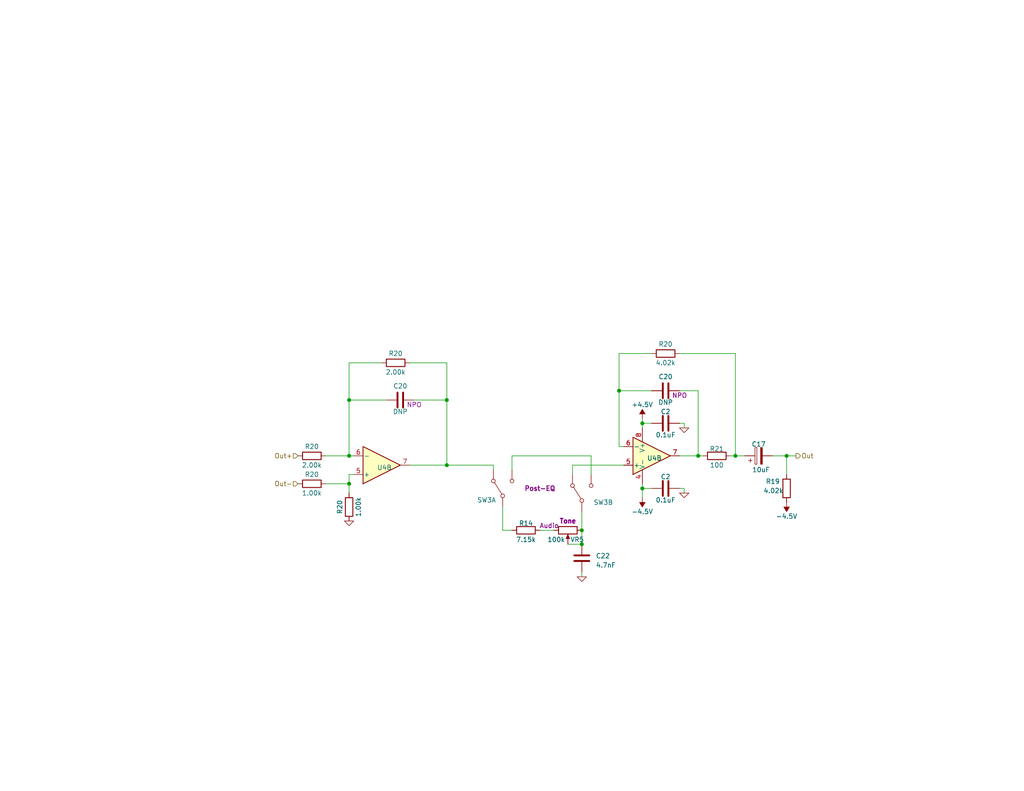
<source format=kicad_sch>
(kicad_sch (version 20230121) (generator eeschema)

  (uuid 7c3a7d85-fb21-4324-92f8-255615d1d01e)

  (paper "A")

  (title_block
    (date "2023-05-15")
    (rev "A.00")
    (company "Celestial Circuits")
  )

  (lib_symbols
    (symbol "SLM:+4.5V" (power) (pin_names (offset 0)) (in_bom yes) (on_board yes)
      (property "Reference" "#PWR010" (at 0 -2.54 0)
        (effects (font (size 1.27 1.27)) hide)
      )
      (property "Value" "+4.5V" (at 0 3.81 0)
        (effects (font (size 1.27 1.27)))
      )
      (property "Footprint" "" (at 0 0 0)
        (effects (font (size 1.27 1.27)) hide)
      )
      (property "Datasheet" "" (at 0 0 0)
        (effects (font (size 1.27 1.27)) hide)
      )
      (property "ki_keywords" "global power" (at 0 0 0)
        (effects (font (size 1.27 1.27)) hide)
      )
      (property "ki_description" "Power symbol creates a global label with name \"-4.5V\"" (at 0 0 0)
        (effects (font (size 1.27 1.27)) hide)
      )
      (symbol "+4.5V_1_0"
        (pin power_in line (at 0 0 90) (length 0) hide
          (name "+4.5V" (effects (font (size 1.27 1.27))))
          (number "1" (effects (font (size 1.27 1.27))))
        )
      )
      (symbol "+4.5V_1_1"
        (polyline
          (pts
            (xy 0 0)
            (xy 0 1.27)
            (xy 0.762 1.27)
            (xy 0 2.54)
            (xy -0.762 1.27)
            (xy 0 1.27)
          )
          (stroke (width 0) (type default))
          (fill (type outline))
        )
      )
    )
    (symbol "SLM:-4.5V" (power) (pin_names (offset 0)) (in_bom yes) (on_board yes)
      (property "Reference" "#PWR024" (at 0 2.54 0)
        (effects (font (size 1.27 1.27)) hide)
      )
      (property "Value" "-4.5V" (at 0 -3.81 0)
        (effects (font (size 1.27 1.27)))
      )
      (property "Footprint" "" (at 0 0 0)
        (effects (font (size 1.27 1.27)) hide)
      )
      (property "Datasheet" "" (at 0 0 0)
        (effects (font (size 1.27 1.27)) hide)
      )
      (property "ki_keywords" "global power" (at 0 0 0)
        (effects (font (size 1.27 1.27)) hide)
      )
      (property "ki_description" "Power symbol creates a global label with name \"-4.5V\"" (at 0 0 0)
        (effects (font (size 1.27 1.27)) hide)
      )
      (symbol "-4.5V_0_1"
        (polyline
          (pts
            (xy 0 0)
            (xy 0 1.27)
            (xy 0.762 1.27)
            (xy 0 2.54)
            (xy -0.762 1.27)
            (xy 0 1.27)
          )
          (stroke (width 0) (type default))
          (fill (type outline))
        )
      )
      (symbol "-4.5V_1_0"
        (pin power_in line (at 0 0 90) (length 0) hide
          (name "-4.5V" (effects (font (size 1.27 1.27))))
          (number "1" (effects (font (size 1.27 1.27))))
        )
      )
    )
    (symbol "SLM:Capacitor" (pin_numbers hide) (pin_names (offset 0.254)) (in_bom yes) (on_board yes)
      (property "Reference" "C3" (at 0 3.81 90)
        (effects (font (size 1.27 1.27)))
      )
      (property "Value" "33pF" (at 0.635 -3.81 90)
        (effects (font (size 1.27 1.27)))
      )
      (property "Footprint" "Capacitor_THT:C_Rect_L4.0mm_W2.5mm_P2.50mm" (at 3.81 0.9652 0)
        (effects (font (size 1.27 1.27)) hide)
      )
      (property "Datasheet" "~" (at 0 0 0)
        (effects (font (size 1.27 1.27)) hide)
      )
      (property "Dielectric" "NPO" (at 3.81 -1.27 90)
        (effects (font (size 1.27 1.27)))
      )
      (property "Manufacturer" "Vishay" (at 0 0 0)
        (effects (font (size 1.27 1.27)) hide)
      )
      (property "Part Number" "K330J10C0GH5TL2" (at 0 0 0)
        (effects (font (size 1.27 1.27)) hide)
      )
      (property "ki_keywords" "cap capacitor" (at 0 0 0)
        (effects (font (size 1.27 1.27)) hide)
      )
      (property "ki_description" "Unpolarized capacitor" (at 0 0 0)
        (effects (font (size 1.27 1.27)) hide)
      )
      (property "ki_fp_filters" "C_*" (at 0 0 0)
        (effects (font (size 1.27 1.27)) hide)
      )
      (symbol "Capacitor_0_1"
        (polyline
          (pts
            (xy -2.032 -0.762)
            (xy 2.032 -0.762)
          )
          (stroke (width 0.508) (type default))
          (fill (type none))
        )
        (polyline
          (pts
            (xy -2.032 0.762)
            (xy 2.032 0.762)
          )
          (stroke (width 0.508) (type default))
          (fill (type none))
        )
      )
      (symbol "Capacitor_1_1"
        (pin passive line (at 0 3.81 270) (length 2.794)
          (name "~" (effects (font (size 1.27 1.27))))
          (number "1" (effects (font (size 1.27 1.27))))
        )
        (pin passive line (at 0 -3.81 90) (length 2.794)
          (name "~" (effects (font (size 1.27 1.27))))
          (number "2" (effects (font (size 1.27 1.27))))
        )
      )
    )
    (symbol "SLM:Capacitor_Elec" (pin_numbers hide) (pin_names hide) (in_bom yes) (on_board yes)
      (property "Reference" "C" (at -4.191 -3.937 0)
        (effects (font (size 1.27 1.27)))
      )
      (property "Value" "10uF" (at 5.842 -3.937 0)
        (effects (font (size 1.27 1.27)))
      )
      (property "Footprint" "" (at 0 0 0)
        (effects (font (size 1.27 1.27)) hide)
      )
      (property "Datasheet" "" (at 0 0 0)
        (effects (font (size 1.27 1.27)) hide)
      )
      (property "Voltage" "16V" (at 1.397 -7.112 90)
        (effects (font (size 1.27 1.27)))
      )
      (symbol "Capacitor_Elec_0_1"
        (rectangle (start -2.286 -3.429) (end 2.286 -2.921)
          (stroke (width 0) (type default))
          (fill (type none))
        )
        (polyline
          (pts
            (xy -1.778 -1.651)
            (xy -0.762 -1.651)
          )
          (stroke (width 0) (type default))
          (fill (type none))
        )
        (polyline
          (pts
            (xy -1.27 -1.143)
            (xy -1.27 -2.159)
          )
          (stroke (width 0) (type default))
          (fill (type none))
        )
        (rectangle (start 2.286 -4.445) (end -2.286 -4.953)
          (stroke (width 0) (type default))
          (fill (type outline))
        )
      )
      (symbol "Capacitor_Elec_1_1"
        (pin passive line (at 0 -0.127 270) (length 2.794)
          (name "~" (effects (font (size 1.27 1.27))))
          (number "1" (effects (font (size 1.27 1.27))))
        )
        (pin passive line (at 0 -7.747 90) (length 2.794)
          (name "~" (effects (font (size 1.27 1.27))))
          (number "2" (effects (font (size 1.27 1.27))))
        )
      )
    )
    (symbol "SLM:NJM4580" (pin_names (offset 0.127)) (in_bom yes) (on_board yes)
      (property "Reference" "U1" (at 0 8.89 0)
        (effects (font (size 1.27 1.27)))
      )
      (property "Value" "NJM4580" (at 0 6.35 0)
        (effects (font (size 1.27 1.27)))
      )
      (property "Footprint" "Package_DIP:DIP-8_W7.62mm_Socket_LongPads" (at 0 0 0)
        (effects (font (size 1.27 1.27)) hide)
      )
      (property "Datasheet" "http://www.njr.com/semicon/PDF/NJM4580_E.pdf" (at 0 0 0)
        (effects (font (size 1.27 1.27)) hide)
      )
      (property "Manufacturer" "Nishinbo" (at 0 0 0)
        (effects (font (size 1.27 1.27)) hide)
      )
      (property "Part Number" "NJM4580DD" (at 0 0 0)
        (effects (font (size 1.27 1.27)) hide)
      )
      (property "ki_locked" "" (at 0 0 0)
        (effects (font (size 1.27 1.27)))
      )
      (property "ki_keywords" "dual opamp" (at 0 0 0)
        (effects (font (size 1.27 1.27)) hide)
      )
      (property "ki_description" "Dual Operational Amplifier, DIP-8/DMP-8/SIP-8/MSOP-8/SOP-8/SSOP-8" (at 0 0 0)
        (effects (font (size 1.27 1.27)) hide)
      )
      (property "ki_fp_filters" "SOIC*3.9x4.9mm*P1.27mm* DIP*W7.62mm* TO*99* OnSemi*Micro8* TSSOP*3x3mm*P0.65mm* TSSOP*4.4x3mm*P0.65mm* MSOP*3x3mm*P0.65mm* SSOP*3.9x4.9mm*P0.635mm* LFCSP*2x2mm*P0.5mm* *SIP* SOIC*5.3x6.2mm*P1.27mm*" (at 0 0 0)
        (effects (font (size 1.27 1.27)) hide)
      )
      (symbol "NJM4580_1_1"
        (polyline
          (pts
            (xy -5.08 5.08)
            (xy 5.08 0)
            (xy -5.08 -5.08)
            (xy -5.08 5.08)
          )
          (stroke (width 0.254) (type default))
          (fill (type background))
        )
        (pin output line (at 7.62 0 180) (length 2.54)
          (name "~" (effects (font (size 1.27 1.27))))
          (number "1" (effects (font (size 1.27 1.27))))
        )
        (pin input line (at -7.62 -2.54 0) (length 2.54)
          (name "-" (effects (font (size 1.27 1.27))))
          (number "2" (effects (font (size 1.27 1.27))))
        )
        (pin input line (at -7.62 2.54 0) (length 2.54)
          (name "+" (effects (font (size 1.27 1.27))))
          (number "3" (effects (font (size 1.27 1.27))))
        )
      )
      (symbol "NJM4580_2_1"
        (polyline
          (pts
            (xy -5.08 5.08)
            (xy 5.08 0)
            (xy -5.08 -5.08)
            (xy -5.08 5.08)
          )
          (stroke (width 0.254) (type default))
          (fill (type background))
        )
        (pin input line (at -7.62 2.54 0) (length 2.54)
          (name "+" (effects (font (size 1.27 1.27))))
          (number "5" (effects (font (size 1.27 1.27))))
        )
        (pin input line (at -7.62 -2.54 0) (length 2.54)
          (name "-" (effects (font (size 1.27 1.27))))
          (number "6" (effects (font (size 1.27 1.27))))
        )
        (pin output line (at 7.62 0 180) (length 2.54)
          (name "~" (effects (font (size 1.27 1.27))))
          (number "7" (effects (font (size 1.27 1.27))))
        )
      )
      (symbol "NJM4580_3_1"
        (pin power_in line (at -2.54 -7.62 90) (length 3.81)
          (name "V-" (effects (font (size 1.27 1.27))))
          (number "4" (effects (font (size 1.27 1.27))))
        )
        (pin power_in line (at -2.54 7.62 270) (length 3.81)
          (name "V+" (effects (font (size 1.27 1.27))))
          (number "8" (effects (font (size 1.27 1.27))))
        )
      )
    )
    (symbol "SLM:R_Potentiometer" (pin_numbers hide) (pin_names (offset 1.016) hide) (in_bom yes) (on_board yes)
      (property "Reference" "VR1" (at 5.08 -1.905 90)
        (effects (font (size 1.27 1.27)))
      )
      (property "Value" "100k" (at -4.445 -1.905 90)
        (effects (font (size 1.27 1.27)))
      )
      (property "Footprint" "SLM Footprints:Potentiometer_Bourns_PTV09A-1_Single_Vertical" (at 0 0 0)
        (effects (font (size 1.27 1.27)) hide)
      )
      (property "Datasheet" "~" (at 0 0 0)
        (effects (font (size 1.27 1.27)) hide)
      )
      (property "Manufacturer" "Bourns" (at 0 0 0)
        (effects (font (size 1.27 1.27)) hide)
      )
      (property "Function" "Dry" (at 0 2.54 90)
        (effects (font (size 1.27 1.27) bold))
      )
      (property "Part Number" "PTV09A-4020U-B104" (at 0 0 0)
        (effects (font (size 1.27 1.27)) hide)
      )
      (property "Taper" "Audio" (at 2.032 -3.175 90)
        (effects (font (size 1.27 1.27)))
      )
      (property "ki_keywords" "resistor variable" (at 0 0 0)
        (effects (font (size 1.27 1.27)) hide)
      )
      (property "ki_description" "Potentiometer" (at 0 0 0)
        (effects (font (size 1.27 1.27)) hide)
      )
      (property "ki_fp_filters" "Potentiometer*" (at 0 0 0)
        (effects (font (size 1.27 1.27)) hide)
      )
      (symbol "R_Potentiometer_0_1"
        (polyline
          (pts
            (xy 2.54 0)
            (xy 1.524 0)
          )
          (stroke (width 0) (type default))
          (fill (type none))
        )
        (polyline
          (pts
            (xy 1.143 0)
            (xy 2.286 0.508)
            (xy 2.286 -0.508)
            (xy 1.143 0)
          )
          (stroke (width 0) (type default))
          (fill (type outline))
        )
        (rectangle (start 1.016 2.54) (end -1.016 -2.54)
          (stroke (width 0.254) (type default))
          (fill (type none))
        )
      )
      (symbol "R_Potentiometer_1_1"
        (pin passive line (at 0 3.81 270) (length 1.27)
          (name "1" (effects (font (size 1.27 1.27))))
          (number "1" (effects (font (size 1.27 1.27))))
        )
        (pin passive line (at 3.81 0 180) (length 1.27)
          (name "2" (effects (font (size 1.27 1.27))))
          (number "2" (effects (font (size 1.27 1.27))))
        )
        (pin passive line (at 0 -3.81 90) (length 1.27)
          (name "3" (effects (font (size 1.27 1.27))))
          (number "3" (effects (font (size 1.27 1.27))))
        )
      )
    )
    (symbol "SLM:Resistor_1/8_W" (pin_numbers hide) (pin_names (offset 0) hide) (in_bom yes) (on_board yes)
      (property "Reference" "R1" (at 0 1.905 90)
        (effects (font (size 1.27 1.27)))
      )
      (property "Value" "100k" (at 0 -2.54 90)
        (effects (font (size 1.27 1.27)))
      )
      (property "Footprint" "Resistor_THT:R_Axial_DIN0204_L3.6mm_D1.6mm_P5.08mm_Horizontal" (at 1.778 0 90)
        (effects (font (size 1.27 1.27)) hide)
      )
      (property "Datasheet" "~" (at 0 0 0)
        (effects (font (size 1.27 1.27)) hide)
      )
      (property "Tolerance" "1%" (at 3.81 -1.397 90)
        (effects (font (size 1.27 1.27)) hide)
      )
      (property "Power" "1/8W" (at -4.953 -1.397 90)
        (effects (font (size 1.27 1.27)) hide)
      )
      (property "Sim.Device" "R" (at 0 0 0)
        (effects (font (size 1.27 1.27)) hide)
      )
      (property "Sim.Pins" "1=+ 2=-" (at 0 0 0)
        (effects (font (size 1.27 1.27)) hide)
      )
      (property "Manufacturer" "SEI" (at 0 0 0)
        (effects (font (size 1.27 1.27)) hide)
      )
      (property "Part Number" "RNF18FTDxxxx" (at 0 0 0)
        (effects (font (size 1.27 1.27)) hide)
      )
      (property "ki_keywords" "R res resistor" (at 0 0 0)
        (effects (font (size 1.27 1.27)) hide)
      )
      (property "ki_description" "Resistor" (at 0 0 0)
        (effects (font (size 1.27 1.27)) hide)
      )
      (property "ki_fp_filters" "R_*" (at 0 0 0)
        (effects (font (size 1.27 1.27)) hide)
      )
      (symbol "Resistor_1/8_W_0_1"
        (rectangle (start -1.016 2.54) (end 1.016 -2.54)
          (stroke (width 0.254) (type default))
          (fill (type none))
        )
      )
      (symbol "Resistor_1/8_W_1_1"
        (pin passive line (at 0 3.81 270) (length 1.27)
          (name "~" (effects (font (size 1.27 1.27))))
          (number "1" (effects (font (size 1.27 1.27))))
        )
        (pin passive line (at 0 -3.81 90) (length 1.27)
          (name "~" (effects (font (size 1.27 1.27))))
          (number "2" (effects (font (size 1.27 1.27))))
        )
      )
    )
    (symbol "SLM:SW_DPDT_2_pieces" (pin_numbers hide) (pin_names (offset 0) hide) (in_bom yes) (on_board yes)
      (property "Reference" "SW3" (at -3.175 6.985 90)
        (effects (font (size 1.27 1.27)) (justify right))
      )
      (property "Value" "SW_DPDT_x2" (at -1.905 -3.81 90)
        (effects (font (size 1.27 1.27)) (justify right) hide)
      )
      (property "Footprint" "SLM Footprints:SW_E-Switch_DPDT_100SP1T1B1M2QEH" (at 0 0 0)
        (effects (font (size 1.27 1.27)) hide)
      )
      (property "Datasheet" "~" (at 0 0 0)
        (effects (font (size 1.27 1.27)) hide)
      )
      (property "Manufacturer" "E-Switch" (at 0 0 0)
        (effects (font (size 1.27 1.27)) hide)
      )
      (property "Function" "Post-EQ" (at 0 -10.16 90)
        (effects (font (size 1.27 1.27) bold))
      )
      (property "Part Number" "200MDP1T1B1M1QEH" (at 0 0 0)
        (effects (font (size 1.27 1.27)) hide)
      )
      (property "ki_keywords" "switch dual-pole double-throw DPDT spdt ON-ON" (at 0 0 0)
        (effects (font (size 1.27 1.27)) hide)
      )
      (property "ki_description" "Switch, dual pole double throw, separate symbols" (at 0 0 0)
        (effects (font (size 1.27 1.27)) hide)
      )
      (property "ki_fp_filters" "SW*DPDT*" (at 0 0 0)
        (effects (font (size 1.27 1.27)) hide)
      )
      (symbol "SW_DPDT_2_pieces_0_0"
        (circle (center -2.032 0) (radius 0.508)
          (stroke (width 0) (type default))
          (fill (type none))
        )
        (circle (center 2.032 -2.54) (radius 0.508)
          (stroke (width 0) (type default))
          (fill (type none))
        )
      )
      (symbol "SW_DPDT_2_pieces_0_1"
        (polyline
          (pts
            (xy -1.524 0.254)
            (xy 1.651 2.286)
          )
          (stroke (width 0) (type default))
          (fill (type none))
        )
        (circle (center 2.032 2.54) (radius 0.508)
          (stroke (width 0) (type default))
          (fill (type none))
        )
      )
      (symbol "SW_DPDT_2_pieces_1_1"
        (pin passive line (at 5.08 2.54 180) (length 2.54)
          (name "A" (effects (font (size 1.27 1.27))))
          (number "1" (effects (font (size 1.27 1.27))))
        )
        (pin passive line (at -5.08 0 0) (length 2.54)
          (name "B" (effects (font (size 1.27 1.27))))
          (number "2" (effects (font (size 1.27 1.27))))
        )
        (pin passive line (at 5.08 -2.54 180) (length 2.54)
          (name "C" (effects (font (size 1.27 1.27))))
          (number "3" (effects (font (size 1.27 1.27))))
        )
      )
      (symbol "SW_DPDT_2_pieces_2_1"
        (pin passive line (at 5.08 2.54 180) (length 2.54)
          (name "A" (effects (font (size 1.27 1.27))))
          (number "4" (effects (font (size 1.27 1.27))))
        )
        (pin passive line (at -5.08 0 0) (length 2.54)
          (name "B" (effects (font (size 1.27 1.27))))
          (number "5" (effects (font (size 1.27 1.27))))
        )
        (pin passive line (at 5.08 -2.54 180) (length 2.54)
          (name "C" (effects (font (size 1.27 1.27))))
          (number "6" (effects (font (size 1.27 1.27))))
        )
      )
    )
    (symbol "Simulation_SPICE:0" (power) (pin_names (offset 0)) (in_bom yes) (on_board yes)
      (property "Reference" "#GND" (at 0 -2.54 0)
        (effects (font (size 1.27 1.27)) hide)
      )
      (property "Value" "0" (at 0 -1.778 0)
        (effects (font (size 1.27 1.27)))
      )
      (property "Footprint" "" (at 0 0 0)
        (effects (font (size 1.27 1.27)) hide)
      )
      (property "Datasheet" "~" (at 0 0 0)
        (effects (font (size 1.27 1.27)) hide)
      )
      (property "ki_keywords" "simulation" (at 0 0 0)
        (effects (font (size 1.27 1.27)) hide)
      )
      (property "ki_description" "0V reference potential for simulation" (at 0 0 0)
        (effects (font (size 1.27 1.27)) hide)
      )
      (symbol "0_0_1"
        (polyline
          (pts
            (xy -1.27 0)
            (xy 0 -1.27)
            (xy 1.27 0)
            (xy -1.27 0)
          )
          (stroke (width 0) (type default))
          (fill (type none))
        )
      )
      (symbol "0_1_1"
        (pin power_in line (at 0 0 0) (length 0) hide
          (name "0" (effects (font (size 1.016 1.016))))
          (number "1" (effects (font (size 1.016 1.016))))
        )
      )
    )
  )

  (junction (at 200.66 124.46) (diameter 0) (color 0 0 0 0)
    (uuid 134ec3db-76b9-471e-ab29-4b2a160b420d)
  )
  (junction (at 95.25 109.22) (diameter 0) (color 0 0 0 0)
    (uuid 16ead092-c6b3-47a3-9f8f-bb0c071f837f)
  )
  (junction (at 168.91 106.68) (diameter 0) (color 0 0 0 0)
    (uuid 176cb517-6d2c-43d3-a4a9-1d0efee223c6)
  )
  (junction (at 175.26 115.57) (diameter 0) (color 0 0 0 0)
    (uuid 26cb71e5-ffd0-4c29-8281-84fc839ad42d)
  )
  (junction (at 175.26 133.35) (diameter 0) (color 0 0 0 0)
    (uuid 3a4a18a8-d721-4f12-b36e-92b9568b823a)
  )
  (junction (at 121.92 109.22) (diameter 0) (color 0 0 0 0)
    (uuid 4cdb5e71-4b3f-448f-9736-a8c0a3dccbb8)
  )
  (junction (at 158.75 148.59) (diameter 0) (color 0 0 0 0)
    (uuid 5a2958a9-711c-4546-b0f3-f8502915ec3a)
  )
  (junction (at 95.25 124.46) (diameter 0) (color 0 0 0 0)
    (uuid 82708d0a-701b-4f2b-9498-4fc8fcde7f9b)
  )
  (junction (at 158.75 144.78) (diameter 0) (color 0 0 0 0)
    (uuid 8bd21214-289e-4e9b-81c3-ecd985ddce65)
  )
  (junction (at 121.92 127) (diameter 0) (color 0 0 0 0)
    (uuid aa8b589b-9c94-4072-8451-985010802d4b)
  )
  (junction (at 214.63 124.46) (diameter 0) (color 0 0 0 0)
    (uuid ae79669b-a104-4ee8-b1f0-d218e657676f)
  )
  (junction (at 190.5 124.46) (diameter 0) (color 0 0 0 0)
    (uuid bf4f9767-65af-4fd2-8d65-13ad10c3af84)
  )
  (junction (at 95.25 132.08) (diameter 0) (color 0 0 0 0)
    (uuid ca3953e7-d41b-4ebd-8388-9d93e45c6680)
  )

  (wire (pts (xy 185.42 124.46) (xy 190.5 124.46))
    (stroke (width 0) (type default))
    (uuid 008ac13d-a497-49d9-a276-d6f992fef83c)
  )
  (wire (pts (xy 185.42 96.52) (xy 200.66 96.52))
    (stroke (width 0) (type default))
    (uuid 0a155d39-a258-463b-9da0-8e0786cfdd01)
  )
  (wire (pts (xy 168.91 96.52) (xy 177.8 96.52))
    (stroke (width 0) (type default))
    (uuid 0b0c50d8-ae83-4aae-a21f-76bba9da3267)
  )
  (wire (pts (xy 168.91 106.68) (xy 168.91 121.92))
    (stroke (width 0) (type default))
    (uuid 115d681b-c47a-4cea-af24-c1898c351065)
  )
  (wire (pts (xy 210.82 124.46) (xy 214.63 124.46))
    (stroke (width 0) (type default))
    (uuid 1650a997-3a06-4048-a863-a4c2e7de6d05)
  )
  (wire (pts (xy 105.41 109.22) (xy 95.25 109.22))
    (stroke (width 0) (type default))
    (uuid 1af4785c-7e00-49e6-b16a-74eaeded08df)
  )
  (wire (pts (xy 121.92 109.22) (xy 121.92 99.06))
    (stroke (width 0) (type default))
    (uuid 1e4d8257-efed-448a-821f-9d1999afd416)
  )
  (wire (pts (xy 161.29 124.46) (xy 139.7 124.46))
    (stroke (width 0) (type default))
    (uuid 1fa23931-f652-4a48-aad8-3af85b2a3921)
  )
  (wire (pts (xy 200.66 96.52) (xy 200.66 124.46))
    (stroke (width 0) (type default))
    (uuid 25d78876-79e8-4dd1-80d6-3bd7634b65eb)
  )
  (wire (pts (xy 203.2 124.46) (xy 200.66 124.46))
    (stroke (width 0) (type default))
    (uuid 2b7b2b9c-077d-479f-8d7c-cf948f410fad)
  )
  (wire (pts (xy 96.52 129.54) (xy 95.25 129.54))
    (stroke (width 0) (type default))
    (uuid 34b53f3a-7773-4a62-a348-0fe5dfa807e2)
  )
  (wire (pts (xy 154.94 148.59) (xy 158.75 148.59))
    (stroke (width 0) (type default))
    (uuid 3508ff25-4345-4f30-ba6c-43f2e2f431be)
  )
  (wire (pts (xy 190.5 106.68) (xy 190.5 124.46))
    (stroke (width 0) (type default))
    (uuid 37e28784-a1d2-42d8-86df-6a49ea54cd44)
  )
  (wire (pts (xy 137.16 144.78) (xy 139.7 144.78))
    (stroke (width 0) (type default))
    (uuid 3c42f251-33a3-4379-b82c-dff7a74a7b5c)
  )
  (wire (pts (xy 175.26 133.35) (xy 175.26 132.08))
    (stroke (width 0) (type default))
    (uuid 3f1427ac-8d9b-4af7-b196-41328df4597e)
  )
  (wire (pts (xy 95.25 132.08) (xy 95.25 134.62))
    (stroke (width 0) (type default))
    (uuid 48d1be93-a0f9-4637-8d63-9701f01cd813)
  )
  (wire (pts (xy 121.92 109.22) (xy 121.92 127))
    (stroke (width 0) (type default))
    (uuid 4a97b8f0-c3f4-490a-b647-bfdf6b772807)
  )
  (wire (pts (xy 199.39 124.46) (xy 200.66 124.46))
    (stroke (width 0) (type default))
    (uuid 4fed4e2e-cec2-4a45-a204-3b465bc736cb)
  )
  (wire (pts (xy 88.9 124.46) (xy 95.25 124.46))
    (stroke (width 0) (type default))
    (uuid 5525e8c0-5331-4ae6-ad10-581d91189287)
  )
  (wire (pts (xy 175.26 115.57) (xy 175.26 116.84))
    (stroke (width 0) (type default))
    (uuid 5adfac4e-9679-4a0f-b225-b68a6ccc83cf)
  )
  (wire (pts (xy 137.16 138.43) (xy 137.16 144.78))
    (stroke (width 0) (type default))
    (uuid 5bffc903-1dee-421d-8afe-b7c93c5c5430)
  )
  (wire (pts (xy 158.75 144.78) (xy 158.75 148.59))
    (stroke (width 0) (type default))
    (uuid 5cf2f602-9124-49af-96bd-dc6542d69483)
  )
  (wire (pts (xy 139.7 124.46) (xy 139.7 128.27))
    (stroke (width 0) (type default))
    (uuid 64e3b0d5-fcc7-4076-8122-ad28d68c2210)
  )
  (wire (pts (xy 158.75 157.48) (xy 158.75 156.21))
    (stroke (width 0) (type default))
    (uuid 69a5c43b-feb0-4153-95c4-f59ba94d99fb)
  )
  (wire (pts (xy 186.69 134.62) (xy 186.69 133.35))
    (stroke (width 0) (type default))
    (uuid 6b96ddc5-f1ca-4d2d-9b0e-3dca5a34c00e)
  )
  (wire (pts (xy 113.03 109.22) (xy 121.92 109.22))
    (stroke (width 0) (type default))
    (uuid 6c2c9921-7ffe-4143-a3ed-fd4e6ec53d35)
  )
  (wire (pts (xy 95.25 129.54) (xy 95.25 132.08))
    (stroke (width 0) (type default))
    (uuid 6fb26bf3-93a8-4102-9157-e0a606ee4f1c)
  )
  (wire (pts (xy 175.26 135.89) (xy 175.26 133.35))
    (stroke (width 0) (type default))
    (uuid 70764a9f-5981-4166-bcc3-e9738be2de68)
  )
  (wire (pts (xy 121.92 127) (xy 134.62 127))
    (stroke (width 0) (type default))
    (uuid 713c0c8f-5771-4515-98c3-238b6246d4ce)
  )
  (wire (pts (xy 168.91 96.52) (xy 168.91 106.68))
    (stroke (width 0) (type default))
    (uuid 74b34343-f30e-48d3-a40a-346b33e22717)
  )
  (wire (pts (xy 214.63 124.46) (xy 214.63 129.54))
    (stroke (width 0) (type default))
    (uuid 75b867e5-f0a9-40b8-84a2-9c7757874999)
  )
  (wire (pts (xy 156.21 127) (xy 170.18 127))
    (stroke (width 0) (type default))
    (uuid 78ea678b-03ce-464c-996f-402b4b919424)
  )
  (wire (pts (xy 168.91 121.92) (xy 170.18 121.92))
    (stroke (width 0) (type default))
    (uuid 887452a0-96e5-4b77-a97b-39340594f737)
  )
  (wire (pts (xy 177.8 133.35) (xy 175.26 133.35))
    (stroke (width 0) (type default))
    (uuid 8c1343bb-9e10-4bcd-a91d-497c7581b57a)
  )
  (wire (pts (xy 95.25 99.06) (xy 104.14 99.06))
    (stroke (width 0) (type default))
    (uuid 8eb9f6e0-2c02-4ee0-bd30-88b328fb2b99)
  )
  (wire (pts (xy 88.9 132.08) (xy 95.25 132.08))
    (stroke (width 0) (type default))
    (uuid 8f0f7f86-1956-4751-bf3a-38b9403faab3)
  )
  (wire (pts (xy 95.25 109.22) (xy 95.25 124.46))
    (stroke (width 0) (type default))
    (uuid 9415aefe-a469-43b4-a39e-2d9103529bf2)
  )
  (wire (pts (xy 95.25 99.06) (xy 95.25 109.22))
    (stroke (width 0) (type default))
    (uuid 9c0192f9-4e2a-4b9f-839d-edd880fe1687)
  )
  (wire (pts (xy 158.75 139.7) (xy 158.75 144.78))
    (stroke (width 0) (type default))
    (uuid aa51de15-1064-41c8-b7e8-c5e81ea41efa)
  )
  (wire (pts (xy 111.76 99.06) (xy 121.92 99.06))
    (stroke (width 0) (type default))
    (uuid abaff890-539d-458d-894d-ef667d4d2293)
  )
  (wire (pts (xy 186.69 116.84) (xy 186.69 115.57))
    (stroke (width 0) (type default))
    (uuid bab10dab-a302-426e-bd03-e94530171d9e)
  )
  (wire (pts (xy 156.21 129.54) (xy 156.21 127))
    (stroke (width 0) (type default))
    (uuid be3fdab3-9f30-4f34-a561-2e414904fc3e)
  )
  (wire (pts (xy 214.63 124.46) (xy 217.17 124.46))
    (stroke (width 0) (type default))
    (uuid c1eab125-3637-4ea0-ba9d-0b736167de31)
  )
  (wire (pts (xy 134.62 127) (xy 134.62 128.27))
    (stroke (width 0) (type default))
    (uuid c30673d6-5a7a-4497-a847-048aabade9cf)
  )
  (wire (pts (xy 177.8 106.68) (xy 168.91 106.68))
    (stroke (width 0) (type default))
    (uuid c62e7243-d451-42e6-a0ce-a385c76c7c1c)
  )
  (wire (pts (xy 191.77 124.46) (xy 190.5 124.46))
    (stroke (width 0) (type default))
    (uuid cea18a5e-565d-407c-967f-fbd74ad1ab82)
  )
  (wire (pts (xy 111.76 127) (xy 121.92 127))
    (stroke (width 0) (type default))
    (uuid cf1f2983-dea9-4589-87a1-fac44505a93e)
  )
  (wire (pts (xy 95.25 124.46) (xy 96.52 124.46))
    (stroke (width 0) (type default))
    (uuid d12d2fee-9f3a-442a-b0be-13e587f0f719)
  )
  (wire (pts (xy 177.8 115.57) (xy 175.26 115.57))
    (stroke (width 0) (type default))
    (uuid d40164a9-b398-4e6f-8b3e-f1cd037b5b30)
  )
  (wire (pts (xy 161.29 129.54) (xy 161.29 124.46))
    (stroke (width 0) (type default))
    (uuid e0dd99d6-27ba-4de9-9ee8-8d4cb0acb922)
  )
  (wire (pts (xy 185.42 106.68) (xy 190.5 106.68))
    (stroke (width 0) (type default))
    (uuid e802e71f-74ec-4e83-b358-459a14318b09)
  )
  (wire (pts (xy 186.69 133.35) (xy 185.42 133.35))
    (stroke (width 0) (type default))
    (uuid e9c4fa29-531f-4b3a-b6a1-4ac442305181)
  )
  (wire (pts (xy 186.69 115.57) (xy 185.42 115.57))
    (stroke (width 0) (type default))
    (uuid f24308e8-fe92-4671-9b08-fc86397fd01e)
  )
  (wire (pts (xy 147.32 144.78) (xy 151.13 144.78))
    (stroke (width 0) (type default))
    (uuid f44f30e6-0559-47cb-857a-5f02a03d7e77)
  )
  (wire (pts (xy 175.26 114.3) (xy 175.26 115.57))
    (stroke (width 0) (type default))
    (uuid f8b77e0a-dfb7-49ad-9f6c-d0dbfacfd2ca)
  )

  (hierarchical_label "Out-" (shape input) (at 81.28 132.08 180) (fields_autoplaced)
    (effects (font (size 1.27 1.27)) (justify right))
    (uuid 02eb26ba-9640-4c1d-8323-0eb64030fe1b)
  )
  (hierarchical_label "Out" (shape output) (at 217.17 124.46 0) (fields_autoplaced)
    (effects (font (size 1.27 1.27)) (justify left))
    (uuid 694ffc57-cd15-4c82-8d3a-b512873d87ec)
  )
  (hierarchical_label "Out+" (shape input) (at 81.28 124.46 180) (fields_autoplaced)
    (effects (font (size 1.27 1.27)) (justify right))
    (uuid 7fb9c97f-8166-4285-a698-f1c1920c391e)
  )

  (symbol (lib_id "SLM:Resistor_1/8_W") (at 85.09 132.08 90) (unit 1)
    (in_bom yes) (on_board yes) (dnp no)
    (uuid 113b8044-c25f-4462-8944-eff7597fe88b)
    (property "Reference" "R20" (at 85.09 129.54 90)
      (effects (font (size 1.27 1.27)))
    )
    (property "Value" "1.00k" (at 85.09 134.62 90)
      (effects (font (size 1.27 1.27)))
    )
    (property "Footprint" "SLM Footprints:R_Axial_DIN0204_L3.6mm_D1.6mm_P5.08mm_Horizontal" (at 85.09 133.858 90)
      (effects (font (size 1.27 1.27)) hide)
    )
    (property "Datasheet" "~" (at 85.09 132.08 0)
      (effects (font (size 1.27 1.27)) hide)
    )
    (property "Manufacturer" "SEI" (at 85.09 132.08 0)
      (effects (font (size 1.27 1.27)) hide)
    )
    (property "Part Number" "RNF18FTDxxxx" (at 85.09 132.08 0)
      (effects (font (size 1.27 1.27)) hide)
    )
    (property "Tolerance" "1%" (at 86.487 128.27 90)
      (effects (font (size 1.27 1.27)) hide)
    )
    (property "Sim.Device" "R" (at 85.09 132.08 0)
      (effects (font (size 1.27 1.27)) hide)
    )
    (property "Sim.Pins" "1=+ 2=-" (at 85.09 132.08 0)
      (effects (font (size 1.27 1.27)) hide)
    )
    (property "Power Rating" "1/8W" (at 85.09 132.08 0)
      (effects (font (size 1.27 1.27)) hide)
    )
    (pin "1" (uuid a0deea45-ae53-46a6-819c-62b691177d59))
    (pin "2" (uuid 45cd5b09-5940-4682-b724-97ca1a6e1cd3))
    (instances
      (project "Diode Bridge Experiment"
        (path "/d54e47c7-dd86-441b-8b51-ae7ab5a50560"
          (reference "R20") (unit 1)
        )
        (path "/d54e47c7-dd86-441b-8b51-ae7ab5a50560/83400051-fe61-4400-9232-9f623bbffeb3/32da4067-d08c-4f2c-a9da-49f2b4404d06"
          (reference "R35") (unit 1)
        )
      )
    )
  )

  (symbol (lib_id "Simulation_SPICE:0") (at 158.75 157.48 0) (unit 1)
    (in_bom yes) (on_board yes) (dnp no) (fields_autoplaced)
    (uuid 26cf8f32-ef6e-44f5-be3d-19fe7e7e8d54)
    (property "Reference" "#GND019" (at 158.75 160.02 0)
      (effects (font (size 1.27 1.27)) hide)
    )
    (property "Value" "0" (at 158.75 156.21 0)
      (effects (font (size 1.27 1.27)) hide)
    )
    (property "Footprint" "" (at 158.75 157.48 0)
      (effects (font (size 1.27 1.27)) hide)
    )
    (property "Datasheet" "~" (at 158.75 157.48 0)
      (effects (font (size 1.27 1.27)) hide)
    )
    (pin "1" (uuid eba6364f-2c5e-493f-9744-019073d506bb))
    (instances
      (project "Diode Bridge Experiment"
        (path "/d54e47c7-dd86-441b-8b51-ae7ab5a50560"
          (reference "#GND019") (unit 1)
        )
        (path "/d54e47c7-dd86-441b-8b51-ae7ab5a50560/83400051-fe61-4400-9232-9f623bbffeb3/32da4067-d08c-4f2c-a9da-49f2b4404d06"
          (reference "#GND025") (unit 1)
        )
      )
    )
  )

  (symbol (lib_id "SLM:Resistor_1/8_W") (at 95.25 138.43 180) (unit 1)
    (in_bom yes) (on_board yes) (dnp no)
    (uuid 3ce1f81e-b1f5-4e64-9413-f68bd2924175)
    (property "Reference" "R20" (at 92.71 138.43 90)
      (effects (font (size 1.27 1.27)))
    )
    (property "Value" "1.00k" (at 97.79 138.43 90)
      (effects (font (size 1.27 1.27)))
    )
    (property "Footprint" "SLM Footprints:R_Axial_DIN0204_L3.6mm_D1.6mm_P5.08mm_Horizontal" (at 97.028 138.43 90)
      (effects (font (size 1.27 1.27)) hide)
    )
    (property "Datasheet" "~" (at 95.25 138.43 0)
      (effects (font (size 1.27 1.27)) hide)
    )
    (property "Manufacturer" "SEI" (at 95.25 138.43 0)
      (effects (font (size 1.27 1.27)) hide)
    )
    (property "Part Number" "RNF18FTDxxxx" (at 95.25 138.43 0)
      (effects (font (size 1.27 1.27)) hide)
    )
    (property "Tolerance" "1%" (at 91.44 137.033 90)
      (effects (font (size 1.27 1.27)) hide)
    )
    (property "Sim.Device" "R" (at 95.25 138.43 0)
      (effects (font (size 1.27 1.27)) hide)
    )
    (property "Sim.Pins" "1=+ 2=-" (at 95.25 138.43 0)
      (effects (font (size 1.27 1.27)) hide)
    )
    (property "Power Rating" "1/8W" (at 95.25 138.43 0)
      (effects (font (size 1.27 1.27)) hide)
    )
    (pin "1" (uuid 25965467-478e-4d48-9fd2-766839f782bd))
    (pin "2" (uuid 4131a87c-4746-485f-87c4-968cd36ce6f4))
    (instances
      (project "Diode Bridge Experiment"
        (path "/d54e47c7-dd86-441b-8b51-ae7ab5a50560"
          (reference "R20") (unit 1)
        )
        (path "/d54e47c7-dd86-441b-8b51-ae7ab5a50560/83400051-fe61-4400-9232-9f623bbffeb3/32da4067-d08c-4f2c-a9da-49f2b4404d06"
          (reference "R36") (unit 1)
        )
      )
    )
  )

  (symbol (lib_id "SLM:Capacitor") (at 181.61 133.35 90) (unit 1)
    (in_bom yes) (on_board yes) (dnp no)
    (uuid 430a551c-ca06-4013-aa37-c4038d0df25a)
    (property "Reference" "C2" (at 181.61 130.175 90)
      (effects (font (size 1.27 1.27)))
    )
    (property "Value" "0.1uF" (at 181.61 136.525 90)
      (effects (font (size 1.27 1.27)))
    )
    (property "Footprint" "SLM Footprints:C_Rect_L5.0mm_W3.0mm_P2.50mm_MKS02_FKP02" (at 185.42 132.3848 0)
      (effects (font (size 1.27 1.27)) hide)
    )
    (property "Datasheet" "~" (at 181.61 133.35 0)
      (effects (font (size 1.27 1.27)) hide)
    )
    (property "Dielectric" "Z5U" (at 181.61 133.35 90)
      (effects (font (size 1.27 1.27)) hide)
    )
    (property "Manufacturer" "Kemet" (at 181.61 133.35 0)
      (effects (font (size 1.27 1.27)) hide)
    )
    (property "Part Number" "C322C104M5U5TA7303" (at 181.61 133.35 0)
      (effects (font (size 1.27 1.27)) hide)
    )
    (pin "1" (uuid 8ed44ca1-b314-48e1-a963-ed1aa569567a))
    (pin "2" (uuid 949c7941-931a-4127-a43e-3fc3f4151b78))
    (instances
      (project "Diode Bridge Experiment"
        (path "/d54e47c7-dd86-441b-8b51-ae7ab5a50560"
          (reference "C2") (unit 1)
        )
        (path "/d54e47c7-dd86-441b-8b51-ae7ab5a50560/e20a8a79-3ab8-4940-9186-df8f6a0eaea2"
          (reference "C12") (unit 1)
        )
        (path "/d54e47c7-dd86-441b-8b51-ae7ab5a50560/83400051-fe61-4400-9232-9f623bbffeb3/32da4067-d08c-4f2c-a9da-49f2b4404d06"
          (reference "C27") (unit 1)
        )
      )
    )
  )

  (symbol (lib_id "SLM:SW_DPDT_2_pieces") (at 158.75 134.62 90) (unit 2)
    (in_bom yes) (on_board yes) (dnp no)
    (uuid 479557f1-e548-444d-8201-2ad3aed4f815)
    (property "Reference" "SW3" (at 161.925 137.16 90)
      (effects (font (size 1.27 1.27)) (justify right))
    )
    (property "Value" "SW_DPDT_x2" (at 163.195 136.525 90)
      (effects (font (size 1.27 1.27)) (justify right) hide)
    )
    (property "Footprint" "SLM Footprints:SW_E-Switch_DPDT_100SP1T1B1M2QEH" (at 158.75 134.62 0)
      (effects (font (size 1.27 1.27)) hide)
    )
    (property "Datasheet" "~" (at 158.75 134.62 0)
      (effects (font (size 1.27 1.27)) hide)
    )
    (property "Function" "Post-EQ" (at 158.75 134.62 90)
      (effects (font (size 1.27 1.27)) hide)
    )
    (property "Manufacturer" "E-Switch" (at 158.75 134.62 0)
      (effects (font (size 1.27 1.27)) hide)
    )
    (property "Part Number" "200MDP1T1B1M1QEH" (at 158.75 134.62 0)
      (effects (font (size 1.27 1.27)) hide)
    )
    (pin "1" (uuid 6f99124c-5dd3-485e-b1d4-b500eb2c1231))
    (pin "2" (uuid 55c43be5-5234-4b8b-b6cb-de4acc2d6ac1))
    (pin "3" (uuid c310c1b9-7f3f-40c6-9932-e96439b7f888))
    (pin "4" (uuid 1994ab47-0e43-42cb-8ea2-8aca5945d0a5))
    (pin "5" (uuid 89f9d717-3ab4-4523-bd2d-d7a56ab5b04f))
    (pin "6" (uuid e35704cf-9dc8-44d3-a2ba-8e95ffe74e56))
    (instances
      (project "Diode Bridge Experiment"
        (path "/d54e47c7-dd86-441b-8b51-ae7ab5a50560"
          (reference "SW3") (unit 2)
        )
        (path "/d54e47c7-dd86-441b-8b51-ae7ab5a50560/83400051-fe61-4400-9232-9f623bbffeb3/32da4067-d08c-4f2c-a9da-49f2b4404d06"
          (reference "SW3") (unit 2)
        )
      )
    )
  )

  (symbol (lib_id "SLM:Capacitor_Elec") (at 203.073 124.46 90) (unit 1)
    (in_bom yes) (on_board yes) (dnp no)
    (uuid 49f6888b-7138-4c82-b783-3d4be63655ab)
    (property "Reference" "C17" (at 207.01 121.285 90)
      (effects (font (size 1.27 1.27)))
    )
    (property "Value" "10uF" (at 207.645 128.27 90)
      (effects (font (size 1.27 1.27)))
    )
    (property "Footprint" "SLM Footprints:CP_Radial_D5.0mm_P2.00mm" (at 203.073 124.46 0)
      (effects (font (size 1.27 1.27)) hide)
    )
    (property "Datasheet" "~" (at 203.073 124.46 0)
      (effects (font (size 1.27 1.27)) hide)
    )
    (property "Voltage" "16V" (at 210.82 123.19 90)
      (effects (font (size 1.27 1.27)) hide)
    )
    (property "Manufacturer" "Panasonic" (at 203.073 124.46 0)
      (effects (font (size 1.27 1.27)) hide)
    )
    (property "Part Number" "ECA1CM100" (at 203.073 124.46 0)
      (effects (font (size 1.27 1.27)) hide)
    )
    (pin "1" (uuid d66db8f9-e814-4933-8522-11627390be24))
    (pin "2" (uuid b5b37c95-a923-4bbb-9edf-13e955905b79))
    (instances
      (project "Diode Bridge Experiment"
        (path "/d54e47c7-dd86-441b-8b51-ae7ab5a50560"
          (reference "C17") (unit 1)
        )
        (path "/d54e47c7-dd86-441b-8b51-ae7ab5a50560/83400051-fe61-4400-9232-9f623bbffeb3/32da4067-d08c-4f2c-a9da-49f2b4404d06"
          (reference "C28") (unit 1)
        )
      )
    )
  )

  (symbol (lib_id "SLM:NJM4580") (at 104.14 127 0) (mirror x) (unit 2)
    (in_bom yes) (on_board yes) (dnp no)
    (uuid 5199f7dd-c804-4c24-92f7-28e75d40d43a)
    (property "Reference" "U4" (at 102.87 127.635 0)
      (effects (font (size 1.27 1.27)) (justify left))
    )
    (property "Value" "NJM4580" (at 102.87 125.095 0)
      (effects (font (size 1.27 1.27)) (justify left) hide)
    )
    (property "Footprint" "SLM Footprints:DIP-8_W7.62mm_Socket_LongPads" (at 104.14 127 0)
      (effects (font (size 1.27 1.27)) hide)
    )
    (property "Datasheet" "http://www.njr.com/semicon/PDF/NJM4580_E.pdf" (at 104.14 127 0)
      (effects (font (size 1.27 1.27)) hide)
    )
    (property "Manufacturer" "Nishinbo" (at 104.14 127 0)
      (effects (font (size 1.27 1.27)) hide)
    )
    (property "Part Number" "NJM4580DD" (at 104.14 127 0)
      (effects (font (size 1.27 1.27)) hide)
    )
    (pin "1" (uuid 2032317c-1fe8-4df5-8f3c-89625438f23f))
    (pin "2" (uuid b876b174-2475-4491-bb82-ba14ec538f3e))
    (pin "3" (uuid a8051c0b-5dce-45fd-8132-e400497aa2f5))
    (pin "5" (uuid ccee846f-0fae-46f2-a4ac-dfe1a04ef53d))
    (pin "6" (uuid dee70b48-78ff-4a96-ba40-ef43429e5b91))
    (pin "7" (uuid 947652eb-cd79-4d5a-92ed-7a99c8b86ae3))
    (pin "4" (uuid 4bc2ef30-846f-4eb2-991d-8baaaa8c0b3c))
    (pin "8" (uuid e8b77a1c-2850-425e-b5dd-91ac859e336d))
    (instances
      (project "Diode Bridge Experiment"
        (path "/d54e47c7-dd86-441b-8b51-ae7ab5a50560"
          (reference "U4") (unit 2)
        )
        (path "/d54e47c7-dd86-441b-8b51-ae7ab5a50560/83400051-fe61-4400-9232-9f623bbffeb3/32da4067-d08c-4f2c-a9da-49f2b4404d06"
          (reference "U5") (unit 1)
        )
      )
    )
  )

  (symbol (lib_id "SLM:Resistor_1/8_W") (at 107.95 99.06 90) (unit 1)
    (in_bom yes) (on_board yes) (dnp no)
    (uuid 54a09e93-c250-4c8a-a439-5081d5f04aed)
    (property "Reference" "R20" (at 107.95 96.52 90)
      (effects (font (size 1.27 1.27)))
    )
    (property "Value" "2.00k" (at 107.95 101.6 90)
      (effects (font (size 1.27 1.27)))
    )
    (property "Footprint" "SLM Footprints:R_Axial_DIN0204_L3.6mm_D1.6mm_P5.08mm_Horizontal" (at 107.95 100.838 90)
      (effects (font (size 1.27 1.27)) hide)
    )
    (property "Datasheet" "~" (at 107.95 99.06 0)
      (effects (font (size 1.27 1.27)) hide)
    )
    (property "Manufacturer" "SEI" (at 107.95 99.06 0)
      (effects (font (size 1.27 1.27)) hide)
    )
    (property "Part Number" "RNF18FTDxxxx" (at 107.95 99.06 0)
      (effects (font (size 1.27 1.27)) hide)
    )
    (property "Tolerance" "1%" (at 109.347 95.25 90)
      (effects (font (size 1.27 1.27)) hide)
    )
    (property "Sim.Device" "R" (at 107.95 99.06 0)
      (effects (font (size 1.27 1.27)) hide)
    )
    (property "Sim.Pins" "1=+ 2=-" (at 107.95 99.06 0)
      (effects (font (size 1.27 1.27)) hide)
    )
    (property "Power Rating" "1/8W" (at 107.95 99.06 0)
      (effects (font (size 1.27 1.27)) hide)
    )
    (pin "1" (uuid b3d8b972-641a-47da-b036-2a9058c52c51))
    (pin "2" (uuid 1b93ddd3-763c-4168-8762-eb8fcf426b05))
    (instances
      (project "Diode Bridge Experiment"
        (path "/d54e47c7-dd86-441b-8b51-ae7ab5a50560"
          (reference "R20") (unit 1)
        )
        (path "/d54e47c7-dd86-441b-8b51-ae7ab5a50560/83400051-fe61-4400-9232-9f623bbffeb3/32da4067-d08c-4f2c-a9da-49f2b4404d06"
          (reference "R37") (unit 1)
        )
      )
    )
  )

  (symbol (lib_id "SLM:Capacitor") (at 181.61 115.57 90) (unit 1)
    (in_bom yes) (on_board yes) (dnp no)
    (uuid 59f8acce-c80c-46d2-8020-68c752d5d2d3)
    (property "Reference" "C2" (at 181.61 112.395 90)
      (effects (font (size 1.27 1.27)))
    )
    (property "Value" "0.1uF" (at 181.61 118.745 90)
      (effects (font (size 1.27 1.27)))
    )
    (property "Footprint" "SLM Footprints:C_Rect_L5.0mm_W3.0mm_P2.50mm_MKS02_FKP02" (at 185.42 114.6048 0)
      (effects (font (size 1.27 1.27)) hide)
    )
    (property "Datasheet" "~" (at 181.61 115.57 0)
      (effects (font (size 1.27 1.27)) hide)
    )
    (property "Dielectric" "Z5U" (at 181.61 115.57 90)
      (effects (font (size 1.27 1.27)) hide)
    )
    (property "Manufacturer" "Kemet" (at 181.61 115.57 0)
      (effects (font (size 1.27 1.27)) hide)
    )
    (property "Part Number" "C322C104M5U5TA7303" (at 181.61 115.57 0)
      (effects (font (size 1.27 1.27)) hide)
    )
    (pin "1" (uuid 5c5ea3dc-d786-48d8-b657-b7484fc03bee))
    (pin "2" (uuid 81176351-fa89-49b8-96cc-7f8b6bab911e))
    (instances
      (project "Diode Bridge Experiment"
        (path "/d54e47c7-dd86-441b-8b51-ae7ab5a50560"
          (reference "C2") (unit 1)
        )
        (path "/d54e47c7-dd86-441b-8b51-ae7ab5a50560/e20a8a79-3ab8-4940-9186-df8f6a0eaea2"
          (reference "C12") (unit 1)
        )
        (path "/d54e47c7-dd86-441b-8b51-ae7ab5a50560/83400051-fe61-4400-9232-9f623bbffeb3/32da4067-d08c-4f2c-a9da-49f2b4404d06"
          (reference "C26") (unit 1)
        )
      )
    )
  )

  (symbol (lib_id "SLM:Capacitor") (at 109.22 109.22 90) (unit 1)
    (in_bom yes) (on_board yes) (dnp no)
    (uuid 5cae7d1b-1d53-4641-bace-aca5c47df680)
    (property "Reference" "C20" (at 109.22 105.41 90)
      (effects (font (size 1.27 1.27)))
    )
    (property "Value" "DNP" (at 109.22 112.395 90)
      (effects (font (size 1.27 1.27)))
    )
    (property "Footprint" "SLM Footprints:C_Rect_L4.0mm_W2.5mm_P2.50mm" (at 113.03 108.2548 0)
      (effects (font (size 1.27 1.27)) hide)
    )
    (property "Datasheet" "~" (at 109.22 109.22 0)
      (effects (font (size 1.27 1.27)) hide)
    )
    (property "Dielectric" "NPO" (at 113.03 110.49 90)
      (effects (font (size 1.27 1.27)))
    )
    (property "Manufacturer" "Vishay" (at 109.22 109.22 0)
      (effects (font (size 1.27 1.27)) hide)
    )
    (property "Part Number" "K330J10C0GH5TL2" (at 109.22 109.22 0)
      (effects (font (size 1.27 1.27)) hide)
    )
    (pin "1" (uuid 1216071e-4509-40c6-bcf8-f9f71f46f3d2))
    (pin "2" (uuid 66c0b0cf-15ec-4aeb-86aa-72351d21d4ed))
    (instances
      (project "Diode Bridge Experiment"
        (path "/d54e47c7-dd86-441b-8b51-ae7ab5a50560"
          (reference "C20") (unit 1)
        )
        (path "/d54e47c7-dd86-441b-8b51-ae7ab5a50560/83400051-fe61-4400-9232-9f623bbffeb3/32da4067-d08c-4f2c-a9da-49f2b4404d06"
          (reference "C23") (unit 1)
        )
      )
    )
  )

  (symbol (lib_id "SLM:Resistor_1/8_W") (at 214.63 133.35 0) (unit 1)
    (in_bom yes) (on_board yes) (dnp no)
    (uuid 60e6009c-ed44-4823-a8da-19084c8d3c95)
    (property "Reference" "R19" (at 208.915 131.445 0)
      (effects (font (size 1.27 1.27)) (justify left))
    )
    (property "Value" "4.02k" (at 208.28 133.985 0)
      (effects (font (size 1.27 1.27)) (justify left))
    )
    (property "Footprint" "SLM Footprints:R_Axial_DIN0204_L3.6mm_D1.6mm_P5.08mm_Horizontal" (at 212.852 133.35 90)
      (effects (font (size 1.27 1.27)) hide)
    )
    (property "Datasheet" "~" (at 214.63 133.35 0)
      (effects (font (size 1.27 1.27)) hide)
    )
    (property "Manufacturer" "SEI" (at 214.63 133.35 0)
      (effects (font (size 1.27 1.27)) hide)
    )
    (property "Part Number" "RNF18FTDxxxx" (at 214.63 133.35 0)
      (effects (font (size 1.27 1.27)) hide)
    )
    (property "Tolerance" "1%" (at 218.44 134.747 90)
      (effects (font (size 1.27 1.27)) hide)
    )
    (property "Sim.Device" "R" (at 214.63 133.35 0)
      (effects (font (size 1.27 1.27)) hide)
    )
    (property "Sim.Pins" "1=+ 2=-" (at 214.63 133.35 0)
      (effects (font (size 1.27 1.27)) hide)
    )
    (property "Power Rating" "1/8W" (at 214.63 133.35 0)
      (effects (font (size 1.27 1.27)) hide)
    )
    (pin "1" (uuid b4cddfde-a10e-4128-b23a-3b35a5d26a19))
    (pin "2" (uuid 71a6ab6a-c88f-46a6-9fb1-22102d3fa28a))
    (instances
      (project "Diode Bridge Experiment"
        (path "/d54e47c7-dd86-441b-8b51-ae7ab5a50560"
          (reference "R19") (unit 1)
        )
        (path "/d54e47c7-dd86-441b-8b51-ae7ab5a50560/83400051-fe61-4400-9232-9f623bbffeb3/32da4067-d08c-4f2c-a9da-49f2b4404d06"
          (reference "R41") (unit 1)
        )
      )
    )
  )

  (symbol (lib_id "SLM:SW_DPDT_2_pieces") (at 137.16 133.35 90) (unit 1)
    (in_bom yes) (on_board yes) (dnp no)
    (uuid 61fcac5e-c279-4397-b807-96d52ced1ab6)
    (property "Reference" "SW3" (at 130.175 136.525 90)
      (effects (font (size 1.27 1.27)) (justify right))
    )
    (property "Value" "SW_DPDT_x2" (at 140.97 135.255 90)
      (effects (font (size 1.27 1.27)) (justify right) hide)
    )
    (property "Footprint" "SLM Footprints:SW_E-Switch_DPDT_100SP1T1B1M2QEH" (at 137.16 133.35 0)
      (effects (font (size 1.27 1.27)) hide)
    )
    (property "Datasheet" "~" (at 137.16 133.35 0)
      (effects (font (size 1.27 1.27)) hide)
    )
    (property "Function" "Post-EQ" (at 147.32 133.35 90)
      (effects (font (size 1.27 1.27) bold))
    )
    (property "Manufacturer" "E-Switch" (at 137.16 133.35 0)
      (effects (font (size 1.27 1.27)) hide)
    )
    (property "Part Number" "200MDP1T1B1M1QEH" (at 137.16 133.35 0)
      (effects (font (size 1.27 1.27)) hide)
    )
    (pin "1" (uuid f4971c1d-b141-401c-b806-0039373fabe5))
    (pin "2" (uuid 7ca394a5-ba61-43f3-a1fc-833ad605a5da))
    (pin "3" (uuid 00ef07a8-c181-4693-9a33-f5b04299b746))
    (pin "4" (uuid f7b795e9-a668-4e5c-a38d-4f7322cc74fa))
    (pin "5" (uuid bc1887e0-aecf-40d2-b89f-14d67ed2eaf7))
    (pin "6" (uuid 07bdbb2e-6c19-460f-928f-14d2c3048b46))
    (instances
      (project "Diode Bridge Experiment"
        (path "/d54e47c7-dd86-441b-8b51-ae7ab5a50560"
          (reference "SW3") (unit 1)
        )
        (path "/d54e47c7-dd86-441b-8b51-ae7ab5a50560/83400051-fe61-4400-9232-9f623bbffeb3/32da4067-d08c-4f2c-a9da-49f2b4404d06"
          (reference "SW3") (unit 1)
        )
      )
    )
  )

  (symbol (lib_id "SLM:NJM4580") (at 172.72 124.46 0) (mirror y) (unit 3)
    (in_bom yes) (on_board yes) (dnp no)
    (uuid 627344a2-2e90-466c-846a-abf7c80abb9c)
    (property "Reference" "U4" (at 173.99 123.825 0)
      (effects (font (size 1.27 1.27)) (justify left) hide)
    )
    (property "Value" "NJM4580" (at 173.99 126.365 0)
      (effects (font (size 1.27 1.27)) (justify left) hide)
    )
    (property "Footprint" "SLM Footprints:DIP-8_W7.62mm_Socket_LongPads" (at 172.72 124.46 0)
      (effects (font (size 1.27 1.27)) hide)
    )
    (property "Datasheet" "http://www.njr.com/semicon/PDF/NJM4580_E.pdf" (at 172.72 124.46 0)
      (effects (font (size 1.27 1.27)) hide)
    )
    (property "Manufacturer" "Nishinbo" (at 172.72 124.46 0)
      (effects (font (size 1.27 1.27)) hide)
    )
    (property "Part Number" "NJM4580DD" (at 172.72 124.46 0)
      (effects (font (size 1.27 1.27)) hide)
    )
    (pin "1" (uuid 32421ea2-bb15-42a8-a38b-b9379fd5adb6))
    (pin "2" (uuid 1017a06f-e1e0-4057-8b44-2bc4bd4e2190))
    (pin "3" (uuid cf1c647c-175b-492f-8b9b-7f94c9f24860))
    (pin "5" (uuid 7640eb78-cbb9-4aa1-b466-70377c7d3a97))
    (pin "6" (uuid 25567110-3cf9-474f-ab66-329ca4249f0c))
    (pin "7" (uuid 1a38ca61-e597-498b-97a0-da04e2293a60))
    (pin "4" (uuid b1947f0b-9542-462a-bf1c-f7bd8ad0c2cf))
    (pin "8" (uuid deb5ce8e-9f9d-4b81-8e6f-2633d414f01c))
    (instances
      (project "Diode Bridge Experiment"
        (path "/d54e47c7-dd86-441b-8b51-ae7ab5a50560"
          (reference "U4") (unit 3)
        )
        (path "/d54e47c7-dd86-441b-8b51-ae7ab5a50560/83400051-fe61-4400-9232-9f623bbffeb3/32da4067-d08c-4f2c-a9da-49f2b4404d06"
          (reference "U5") (unit 3)
        )
      )
    )
  )

  (symbol (lib_id "SLM:-4.5V") (at 175.26 135.89 180) (unit 1)
    (in_bom yes) (on_board yes) (dnp no)
    (uuid 6341bd07-dad0-4e38-9416-773cdb53cfab)
    (property "Reference" "#PWR018" (at 175.26 133.35 0)
      (effects (font (size 1.27 1.27)) hide)
    )
    (property "Value" "-4.5V" (at 175.26 139.7 0)
      (effects (font (size 1.27 1.27)))
    )
    (property "Footprint" "" (at 175.26 135.89 0)
      (effects (font (size 1.27 1.27)) hide)
    )
    (property "Datasheet" "" (at 175.26 135.89 0)
      (effects (font (size 1.27 1.27)) hide)
    )
    (pin "1" (uuid 4566b821-df04-477b-96d3-c063edde6b6b))
    (instances
      (project "Diode Bridge Experiment"
        (path "/d54e47c7-dd86-441b-8b51-ae7ab5a50560"
          (reference "#PWR018") (unit 1)
        )
        (path "/d54e47c7-dd86-441b-8b51-ae7ab5a50560/83400051-fe61-4400-9232-9f623bbffeb3/32da4067-d08c-4f2c-a9da-49f2b4404d06"
          (reference "#PWR020") (unit 1)
        )
      )
    )
  )

  (symbol (lib_id "Simulation_SPICE:0") (at 95.25 142.24 0) (unit 1)
    (in_bom yes) (on_board yes) (dnp no) (fields_autoplaced)
    (uuid 643e4924-b0ac-42e7-93e6-4fc7acbbdbc0)
    (property "Reference" "#GND016" (at 95.25 144.78 0)
      (effects (font (size 1.27 1.27)) hide)
    )
    (property "Value" "0" (at 95.25 140.97 0)
      (effects (font (size 1.27 1.27)) hide)
    )
    (property "Footprint" "" (at 95.25 142.24 0)
      (effects (font (size 1.27 1.27)) hide)
    )
    (property "Datasheet" "~" (at 95.25 142.24 0)
      (effects (font (size 1.27 1.27)) hide)
    )
    (pin "1" (uuid 16bb99c3-eb61-44c9-9f7a-140f76785879))
    (instances
      (project "Diode Bridge Experiment"
        (path "/d54e47c7-dd86-441b-8b51-ae7ab5a50560"
          (reference "#GND016") (unit 1)
        )
        (path "/d54e47c7-dd86-441b-8b51-ae7ab5a50560/83400051-fe61-4400-9232-9f623bbffeb3/32da4067-d08c-4f2c-a9da-49f2b4404d06"
          (reference "#GND024") (unit 1)
        )
      )
    )
  )

  (symbol (lib_id "SLM:NJM4580") (at 177.8 124.46 0) (mirror x) (unit 2)
    (in_bom yes) (on_board yes) (dnp no)
    (uuid 85303bf0-c853-47b4-bf5a-78979e575d51)
    (property "Reference" "U4" (at 176.53 125.095 0)
      (effects (font (size 1.27 1.27)) (justify left))
    )
    (property "Value" "NJM4580" (at 176.53 122.555 0)
      (effects (font (size 1.27 1.27)) (justify left) hide)
    )
    (property "Footprint" "SLM Footprints:DIP-8_W7.62mm_Socket_LongPads" (at 177.8 124.46 0)
      (effects (font (size 1.27 1.27)) hide)
    )
    (property "Datasheet" "http://www.njr.com/semicon/PDF/NJM4580_E.pdf" (at 177.8 124.46 0)
      (effects (font (size 1.27 1.27)) hide)
    )
    (property "Manufacturer" "Nishinbo" (at 177.8 124.46 0)
      (effects (font (size 1.27 1.27)) hide)
    )
    (property "Part Number" "NJM4580DD" (at 177.8 124.46 0)
      (effects (font (size 1.27 1.27)) hide)
    )
    (pin "1" (uuid 70eb1e33-e7aa-47e0-a3e0-f5c9c1c4fe63))
    (pin "2" (uuid e0f12c38-ff0f-4c05-84fa-5d3730e727d7))
    (pin "3" (uuid a93e46ef-1820-4986-933b-f0057b296c27))
    (pin "5" (uuid 5f60a32d-8e0a-401d-be7f-7ec1fed5babc))
    (pin "6" (uuid 5ed70f03-09d7-4fee-be67-5c1532344363))
    (pin "7" (uuid 4173b698-40c3-48e7-ab25-d156304023a3))
    (pin "4" (uuid dc3a7b25-bb4c-4778-ad07-26fef7644cb0))
    (pin "8" (uuid f98335f7-048b-4093-9568-c0f717c6ed0b))
    (instances
      (project "Diode Bridge Experiment"
        (path "/d54e47c7-dd86-441b-8b51-ae7ab5a50560"
          (reference "U4") (unit 2)
        )
        (path "/d54e47c7-dd86-441b-8b51-ae7ab5a50560/83400051-fe61-4400-9232-9f623bbffeb3/32da4067-d08c-4f2c-a9da-49f2b4404d06"
          (reference "U5") (unit 2)
        )
      )
    )
  )

  (symbol (lib_id "Simulation_SPICE:0") (at 186.69 116.84 0) (unit 1)
    (in_bom yes) (on_board yes) (dnp no) (fields_autoplaced)
    (uuid 973ccf7b-ee56-49e2-b343-c02d04c63ddd)
    (property "Reference" "#GND015" (at 186.69 119.38 0)
      (effects (font (size 1.27 1.27)) hide)
    )
    (property "Value" "0" (at 186.69 115.57 0)
      (effects (font (size 1.27 1.27)) hide)
    )
    (property "Footprint" "" (at 186.69 116.84 0)
      (effects (font (size 1.27 1.27)) hide)
    )
    (property "Datasheet" "~" (at 186.69 116.84 0)
      (effects (font (size 1.27 1.27)) hide)
    )
    (pin "1" (uuid 1c774b54-65f3-483f-927b-8240d4df67ee))
    (instances
      (project "Diode Bridge Experiment"
        (path "/d54e47c7-dd86-441b-8b51-ae7ab5a50560"
          (reference "#GND015") (unit 1)
        )
        (path "/d54e47c7-dd86-441b-8b51-ae7ab5a50560/83400051-fe61-4400-9232-9f623bbffeb3/32da4067-d08c-4f2c-a9da-49f2b4404d06"
          (reference "#GND026") (unit 1)
        )
      )
    )
  )

  (symbol (lib_id "SLM:+4.5V") (at 175.26 114.3 0) (unit 1)
    (in_bom yes) (on_board yes) (dnp no)
    (uuid a21009ea-ef2e-4a59-a7d6-970c2288348d)
    (property "Reference" "#PWR017" (at 175.26 116.84 0)
      (effects (font (size 1.27 1.27)) hide)
    )
    (property "Value" "+4.5V" (at 175.26 110.49 0)
      (effects (font (size 1.27 1.27)))
    )
    (property "Footprint" "" (at 175.26 114.3 0)
      (effects (font (size 1.27 1.27)) hide)
    )
    (property "Datasheet" "" (at 175.26 114.3 0)
      (effects (font (size 1.27 1.27)) hide)
    )
    (pin "1" (uuid b5052601-e361-49aa-91aa-6f80c6891d9d))
    (instances
      (project "Diode Bridge Experiment"
        (path "/d54e47c7-dd86-441b-8b51-ae7ab5a50560"
          (reference "#PWR017") (unit 1)
        )
        (path "/d54e47c7-dd86-441b-8b51-ae7ab5a50560/83400051-fe61-4400-9232-9f623bbffeb3/32da4067-d08c-4f2c-a9da-49f2b4404d06"
          (reference "#PWR019") (unit 1)
        )
      )
    )
  )

  (symbol (lib_id "SLM:-4.5V") (at 214.63 137.16 180) (unit 1)
    (in_bom yes) (on_board yes) (dnp no)
    (uuid b0acaece-8c4a-403b-8758-223a407c6e20)
    (property "Reference" "#PWR016" (at 214.63 134.62 0)
      (effects (font (size 1.27 1.27)) hide)
    )
    (property "Value" "-4.5V" (at 214.63 140.97 0)
      (effects (font (size 1.27 1.27)))
    )
    (property "Footprint" "" (at 214.63 137.16 0)
      (effects (font (size 1.27 1.27)) hide)
    )
    (property "Datasheet" "" (at 214.63 137.16 0)
      (effects (font (size 1.27 1.27)) hide)
    )
    (pin "1" (uuid ccc959ce-0e1a-4314-bce1-b9d1d4029c73))
    (instances
      (project "Diode Bridge Experiment"
        (path "/d54e47c7-dd86-441b-8b51-ae7ab5a50560"
          (reference "#PWR016") (unit 1)
        )
        (path "/d54e47c7-dd86-441b-8b51-ae7ab5a50560/83400051-fe61-4400-9232-9f623bbffeb3/32da4067-d08c-4f2c-a9da-49f2b4404d06"
          (reference "#PWR021") (unit 1)
        )
      )
    )
  )

  (symbol (lib_id "SLM:Resistor_1/8_W") (at 85.09 124.46 90) (unit 1)
    (in_bom yes) (on_board yes) (dnp no)
    (uuid bf8b6df6-230e-42da-9a0c-d2b86242c973)
    (property "Reference" "R20" (at 85.09 121.92 90)
      (effects (font (size 1.27 1.27)))
    )
    (property "Value" "2.00k" (at 85.09 127 90)
      (effects (font (size 1.27 1.27)))
    )
    (property "Footprint" "SLM Footprints:R_Axial_DIN0204_L3.6mm_D1.6mm_P5.08mm_Horizontal" (at 85.09 126.238 90)
      (effects (font (size 1.27 1.27)) hide)
    )
    (property "Datasheet" "~" (at 85.09 124.46 0)
      (effects (font (size 1.27 1.27)) hide)
    )
    (property "Manufacturer" "SEI" (at 85.09 124.46 0)
      (effects (font (size 1.27 1.27)) hide)
    )
    (property "Part Number" "RNF18FTDxxxx" (at 85.09 124.46 0)
      (effects (font (size 1.27 1.27)) hide)
    )
    (property "Tolerance" "1%" (at 86.487 120.65 90)
      (effects (font (size 1.27 1.27)) hide)
    )
    (property "Sim.Device" "R" (at 85.09 124.46 0)
      (effects (font (size 1.27 1.27)) hide)
    )
    (property "Sim.Pins" "1=+ 2=-" (at 85.09 124.46 0)
      (effects (font (size 1.27 1.27)) hide)
    )
    (property "Power Rating" "1/8W" (at 85.09 124.46 0)
      (effects (font (size 1.27 1.27)) hide)
    )
    (pin "1" (uuid b75bfb52-da67-4bf5-a7c9-9fb8abe235e3))
    (pin "2" (uuid 15f5dae2-6313-485e-b7f8-62960735b756))
    (instances
      (project "Diode Bridge Experiment"
        (path "/d54e47c7-dd86-441b-8b51-ae7ab5a50560"
          (reference "R20") (unit 1)
        )
        (path "/d54e47c7-dd86-441b-8b51-ae7ab5a50560/83400051-fe61-4400-9232-9f623bbffeb3/32da4067-d08c-4f2c-a9da-49f2b4404d06"
          (reference "R34") (unit 1)
        )
      )
    )
  )

  (symbol (lib_id "SLM:Resistor_1/8_W") (at 143.51 144.78 90) (unit 1)
    (in_bom yes) (on_board yes) (dnp no)
    (uuid c02d6367-8436-4940-a619-ed79ada3a98f)
    (property "Reference" "R14" (at 143.51 142.875 90)
      (effects (font (size 1.27 1.27)))
    )
    (property "Value" "7.15k" (at 143.51 147.32 90)
      (effects (font (size 1.27 1.27)))
    )
    (property "Footprint" "SLM Footprints:R_Axial_DIN0204_L3.6mm_D1.6mm_P5.08mm_Horizontal" (at 143.51 146.558 90)
      (effects (font (size 1.27 1.27)) hide)
    )
    (property "Datasheet" "~" (at 143.51 144.78 0)
      (effects (font (size 1.27 1.27)) hide)
    )
    (property "Manufacturer" "SEI" (at 143.51 144.78 0)
      (effects (font (size 1.27 1.27)) hide)
    )
    (property "Part Number" "RNF18FTDxxxx" (at 143.51 144.78 0)
      (effects (font (size 1.27 1.27)) hide)
    )
    (property "Tolerance" "1%" (at 144.907 140.97 90)
      (effects (font (size 1.27 1.27)) hide)
    )
    (property "Sim.Device" "R" (at 143.51 144.78 0)
      (effects (font (size 1.27 1.27)) hide)
    )
    (property "Sim.Pins" "1=+ 2=-" (at 143.51 144.78 0)
      (effects (font (size 1.27 1.27)) hide)
    )
    (property "Power Rating" "1/8W" (at 143.51 144.78 0)
      (effects (font (size 1.27 1.27)) hide)
    )
    (pin "1" (uuid 74437555-5e2a-4c7a-84e0-ba2384ebe7a5))
    (pin "2" (uuid b4881410-2442-4bbc-bb72-13878a2880f0))
    (instances
      (project "Diode Bridge Experiment"
        (path "/d54e47c7-dd86-441b-8b51-ae7ab5a50560"
          (reference "R14") (unit 1)
        )
        (path "/d54e47c7-dd86-441b-8b51-ae7ab5a50560/83400051-fe61-4400-9232-9f623bbffeb3/32da4067-d08c-4f2c-a9da-49f2b4404d06"
          (reference "R38") (unit 1)
        )
      )
    )
  )

  (symbol (lib_id "Simulation_SPICE:0") (at 186.69 134.62 0) (unit 1)
    (in_bom yes) (on_board yes) (dnp no) (fields_autoplaced)
    (uuid ce768012-3a4a-4945-a2d0-8f5f6ae183df)
    (property "Reference" "#GND016" (at 186.69 137.16 0)
      (effects (font (size 1.27 1.27)) hide)
    )
    (property "Value" "0" (at 186.69 133.35 0)
      (effects (font (size 1.27 1.27)) hide)
    )
    (property "Footprint" "" (at 186.69 134.62 0)
      (effects (font (size 1.27 1.27)) hide)
    )
    (property "Datasheet" "~" (at 186.69 134.62 0)
      (effects (font (size 1.27 1.27)) hide)
    )
    (pin "1" (uuid ab4590a5-1e66-4a24-95f2-502d73009317))
    (instances
      (project "Diode Bridge Experiment"
        (path "/d54e47c7-dd86-441b-8b51-ae7ab5a50560"
          (reference "#GND016") (unit 1)
        )
        (path "/d54e47c7-dd86-441b-8b51-ae7ab5a50560/83400051-fe61-4400-9232-9f623bbffeb3/32da4067-d08c-4f2c-a9da-49f2b4404d06"
          (reference "#GND027") (unit 1)
        )
      )
    )
  )

  (symbol (lib_id "SLM:R_Potentiometer") (at 154.94 144.78 270) (unit 1)
    (in_bom yes) (on_board yes) (dnp no)
    (uuid d61d49d9-776b-4f2f-8031-1390ac9ce500)
    (property "Reference" "VR5" (at 157.48 147.32 90)
      (effects (font (size 1.27 1.27)))
    )
    (property "Value" "100k" (at 151.765 147.32 90)
      (effects (font (size 1.27 1.27)))
    )
    (property "Footprint" "SLM Footprints:Potentiometer_Bourns_PTV09A-1_Single_Vertical" (at 154.94 144.78 0)
      (effects (font (size 1.27 1.27)) hide)
    )
    (property "Datasheet" "~" (at 154.94 144.78 0)
      (effects (font (size 1.27 1.27)) hide)
    )
    (property "Function" "Tone" (at 154.94 142.24 90)
      (effects (font (size 1.27 1.27) bold))
    )
    (property "Manufacturer" "Bourns" (at 154.94 144.78 0)
      (effects (font (size 1.27 1.27)) hide)
    )
    (property "Part Number" "PTV09A-4020U-B104" (at 154.94 144.78 0)
      (effects (font (size 1.27 1.27)) hide)
    )
    (property "Taper" "Audio" (at 149.86 143.51 90)
      (effects (font (size 1.27 1.27)))
    )
    (pin "1" (uuid 1b9bf399-57a5-4fd6-8de1-80147b8b3556))
    (pin "2" (uuid 21e2390b-2d73-417c-9012-d42565efb236))
    (pin "3" (uuid 2475f432-196d-44f1-9812-2f67eca7e7ee))
    (instances
      (project "Diode Bridge Experiment"
        (path "/d54e47c7-dd86-441b-8b51-ae7ab5a50560"
          (reference "VR5") (unit 1)
        )
        (path "/d54e47c7-dd86-441b-8b51-ae7ab5a50560/83400051-fe61-4400-9232-9f623bbffeb3/32da4067-d08c-4f2c-a9da-49f2b4404d06"
          (reference "VR6") (unit 1)
        )
      )
    )
  )

  (symbol (lib_id "SLM:Resistor_1/8_W") (at 195.58 124.46 90) (unit 1)
    (in_bom yes) (on_board yes) (dnp no)
    (uuid dceb1f4f-b8cb-4b22-930f-d1d8bec2ee8f)
    (property "Reference" "R21" (at 195.58 122.555 90)
      (effects (font (size 1.27 1.27)))
    )
    (property "Value" "100" (at 195.58 127 90)
      (effects (font (size 1.27 1.27)))
    )
    (property "Footprint" "SLM Footprints:R_Axial_DIN0204_L3.6mm_D1.6mm_P5.08mm_Horizontal" (at 195.58 126.238 90)
      (effects (font (size 1.27 1.27)) hide)
    )
    (property "Datasheet" "~" (at 195.58 124.46 0)
      (effects (font (size 1.27 1.27)) hide)
    )
    (property "Manufacturer" "SEI" (at 195.58 124.46 0)
      (effects (font (size 1.27 1.27)) hide)
    )
    (property "Part Number" "RNF18FTDxxxx" (at 195.58 124.46 0)
      (effects (font (size 1.27 1.27)) hide)
    )
    (property "Tolerance" "1%" (at 196.977 120.65 90)
      (effects (font (size 1.27 1.27)) hide)
    )
    (property "Sim.Device" "R" (at 195.58 124.46 0)
      (effects (font (size 1.27 1.27)) hide)
    )
    (property "Sim.Pins" "1=+ 2=-" (at 195.58 124.46 0)
      (effects (font (size 1.27 1.27)) hide)
    )
    (property "Power Rating" "1/8W" (at 195.58 124.46 0)
      (effects (font (size 1.27 1.27)) hide)
    )
    (pin "1" (uuid c3d678c5-def7-45d3-86e0-fbeaa85b346b))
    (pin "2" (uuid 204ecb6b-5425-4c0c-a806-ff89077d5a89))
    (instances
      (project "Diode Bridge Experiment"
        (path "/d54e47c7-dd86-441b-8b51-ae7ab5a50560"
          (reference "R21") (unit 1)
        )
        (path "/d54e47c7-dd86-441b-8b51-ae7ab5a50560/83400051-fe61-4400-9232-9f623bbffeb3/32da4067-d08c-4f2c-a9da-49f2b4404d06"
          (reference "R40") (unit 1)
        )
      )
    )
  )

  (symbol (lib_id "SLM:Resistor_1/8_W") (at 181.61 96.52 90) (unit 1)
    (in_bom yes) (on_board yes) (dnp no)
    (uuid e73a1269-b409-4f88-81da-d46961f64398)
    (property "Reference" "R20" (at 181.61 93.98 90)
      (effects (font (size 1.27 1.27)))
    )
    (property "Value" "4.02k" (at 181.61 99.06 90)
      (effects (font (size 1.27 1.27)))
    )
    (property "Footprint" "SLM Footprints:R_Axial_DIN0204_L3.6mm_D1.6mm_P5.08mm_Horizontal" (at 181.61 98.298 90)
      (effects (font (size 1.27 1.27)) hide)
    )
    (property "Datasheet" "~" (at 181.61 96.52 0)
      (effects (font (size 1.27 1.27)) hide)
    )
    (property "Manufacturer" "SEI" (at 181.61 96.52 0)
      (effects (font (size 1.27 1.27)) hide)
    )
    (property "Part Number" "RNF18FTDxxxx" (at 181.61 96.52 0)
      (effects (font (size 1.27 1.27)) hide)
    )
    (property "Tolerance" "1%" (at 183.007 92.71 90)
      (effects (font (size 1.27 1.27)) hide)
    )
    (property "Sim.Device" "R" (at 181.61 96.52 0)
      (effects (font (size 1.27 1.27)) hide)
    )
    (property "Sim.Pins" "1=+ 2=-" (at 181.61 96.52 0)
      (effects (font (size 1.27 1.27)) hide)
    )
    (property "Power Rating" "1/8W" (at 181.61 96.52 0)
      (effects (font (size 1.27 1.27)) hide)
    )
    (pin "1" (uuid 0a15d9dd-23c6-47b3-9688-a3c8a564ff3e))
    (pin "2" (uuid 09e8af24-7867-4ee8-8b8e-c867a0475502))
    (instances
      (project "Diode Bridge Experiment"
        (path "/d54e47c7-dd86-441b-8b51-ae7ab5a50560"
          (reference "R20") (unit 1)
        )
        (path "/d54e47c7-dd86-441b-8b51-ae7ab5a50560/83400051-fe61-4400-9232-9f623bbffeb3/32da4067-d08c-4f2c-a9da-49f2b4404d06"
          (reference "R39") (unit 1)
        )
      )
    )
  )

  (symbol (lib_id "SLM:Capacitor") (at 181.61 106.68 90) (unit 1)
    (in_bom yes) (on_board yes) (dnp no)
    (uuid ecde1417-f328-4249-ad81-46927a6c3ec8)
    (property "Reference" "C20" (at 181.61 102.87 90)
      (effects (font (size 1.27 1.27)))
    )
    (property "Value" "DNP" (at 181.61 109.855 90)
      (effects (font (size 1.27 1.27)))
    )
    (property "Footprint" "SLM Footprints:C_Rect_L4.0mm_W2.5mm_P2.50mm" (at 185.42 105.7148 0)
      (effects (font (size 1.27 1.27)) hide)
    )
    (property "Datasheet" "~" (at 181.61 106.68 0)
      (effects (font (size 1.27 1.27)) hide)
    )
    (property "Dielectric" "NPO" (at 185.42 107.95 90)
      (effects (font (size 1.27 1.27)))
    )
    (property "Manufacturer" "Vishay" (at 181.61 106.68 0)
      (effects (font (size 1.27 1.27)) hide)
    )
    (property "Part Number" "K330J10C0GH5TL2" (at 181.61 106.68 0)
      (effects (font (size 1.27 1.27)) hide)
    )
    (pin "1" (uuid 0d4c72a4-e08f-4ee6-8a86-7b72221fb3af))
    (pin "2" (uuid ceb1673c-a9f8-4abd-8d68-89d5fb16b4da))
    (instances
      (project "Diode Bridge Experiment"
        (path "/d54e47c7-dd86-441b-8b51-ae7ab5a50560"
          (reference "C20") (unit 1)
        )
        (path "/d54e47c7-dd86-441b-8b51-ae7ab5a50560/83400051-fe61-4400-9232-9f623bbffeb3/32da4067-d08c-4f2c-a9da-49f2b4404d06"
          (reference "C25") (unit 1)
        )
      )
    )
  )

  (symbol (lib_id "SLM:Capacitor") (at 158.75 152.4 180) (unit 1)
    (in_bom yes) (on_board yes) (dnp no) (fields_autoplaced)
    (uuid f58969ad-43ce-4860-8baa-25656ff4bfdb)
    (property "Reference" "C22" (at 162.56 151.765 0)
      (effects (font (size 1.27 1.27)) (justify right))
    )
    (property "Value" "4.7nF" (at 162.56 154.305 0)
      (effects (font (size 1.27 1.27)) (justify right))
    )
    (property "Footprint" "SLM Footprints:C_Rect_L4.6mm_W3.0mm_P2.50mm_MKS02_FKP02" (at 157.7848 148.59 0)
      (effects (font (size 1.27 1.27)) hide)
    )
    (property "Datasheet" "~" (at 158.75 152.4 0)
      (effects (font (size 1.27 1.27)) hide)
    )
    (property "Manufacturer" "Kemet" (at 158.75 152.4 0)
      (effects (font (size 1.27 1.27)) hide)
    )
    (property "Part Number" "FG18C0G2A472JRT06" (at 158.75 152.4 0)
      (effects (font (size 1.27 1.27)) hide)
    )
    (pin "1" (uuid 4ebe3b4a-5f57-4111-b521-4d2eb2c17b09))
    (pin "2" (uuid 91cbdfe3-f2b3-48c2-9a6c-43da036ffd2d))
    (instances
      (project "Diode Bridge Experiment"
        (path "/d54e47c7-dd86-441b-8b51-ae7ab5a50560"
          (reference "C22") (unit 1)
        )
        (path "/d54e47c7-dd86-441b-8b51-ae7ab5a50560/83400051-fe61-4400-9232-9f623bbffeb3/32da4067-d08c-4f2c-a9da-49f2b4404d06"
          (reference "C24") (unit 1)
        )
      )
    )
  )
)

</source>
